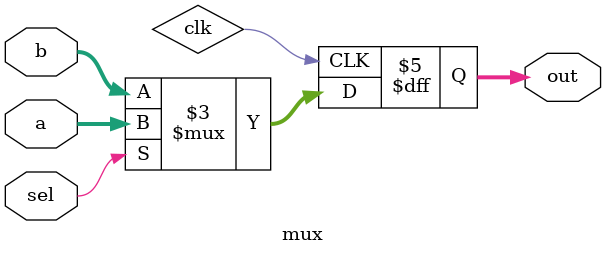
<source format=v>
module mux( 
input [4:0] a, b,
input sel,
output [4:0] out );
// When sel=0, assign a to out. 
// When sel=1, assign b to out.
always @(posedge clk)
  if(sel)
    out = a;
  else
    out = b;
endmodule

</source>
